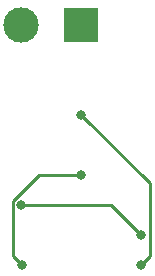
<source format=gbr>
%TF.GenerationSoftware,KiCad,Pcbnew,(6.0.10)*%
%TF.CreationDate,2023-02-17T12:14:38-08:00*%
%TF.ProjectId,lab4newproject,6c616234-6e65-4777-9072-6f6a6563742e,rev?*%
%TF.SameCoordinates,Original*%
%TF.FileFunction,Copper,L2,Bot*%
%TF.FilePolarity,Positive*%
%FSLAX46Y46*%
G04 Gerber Fmt 4.6, Leading zero omitted, Abs format (unit mm)*
G04 Created by KiCad (PCBNEW (6.0.10)) date 2023-02-17 12:14:38*
%MOMM*%
%LPD*%
G01*
G04 APERTURE LIST*
%TA.AperFunction,ComponentPad*%
%ADD10R,3.000000X3.000000*%
%TD*%
%TA.AperFunction,ComponentPad*%
%ADD11C,3.000000*%
%TD*%
%TA.AperFunction,ViaPad*%
%ADD12C,0.800000*%
%TD*%
%TA.AperFunction,Conductor*%
%ADD13C,0.250000*%
%TD*%
G04 APERTURE END LIST*
D10*
%TO.P,J1,1,Pin_1*%
%TO.N,/+9V*%
X139700000Y-83820000D03*
D11*
%TO.P,J1,2,Pin_2*%
%TO.N,/GND*%
X134620000Y-83820000D03*
%TD*%
D12*
%TO.N,/pin 2*%
X144780000Y-101600000D03*
X134620000Y-99060000D03*
%TO.N,Net-(C2-Pad1)*%
X139700000Y-91440000D03*
X144780000Y-104140000D03*
%TO.N,/+9V*%
X134632299Y-104152299D03*
X139700000Y-96520000D03*
%TD*%
D13*
%TO.N,/pin 2*%
X134620000Y-99060000D02*
X142240000Y-99060000D01*
X142240000Y-99060000D02*
X144780000Y-101600000D01*
%TO.N,Net-(C2-Pad1)*%
X144780000Y-104140000D02*
X145505000Y-103415000D01*
X145505000Y-97245000D02*
X139700000Y-91440000D01*
X145505000Y-103415000D02*
X145505000Y-97245000D01*
%TO.N,/+9V*%
X134632299Y-104152299D02*
X133895000Y-103415000D01*
X133895000Y-103415000D02*
X133895000Y-98759695D01*
X136134695Y-96520000D02*
X139700000Y-96520000D01*
X133895000Y-98759695D02*
X136134695Y-96520000D01*
%TD*%
M02*

</source>
